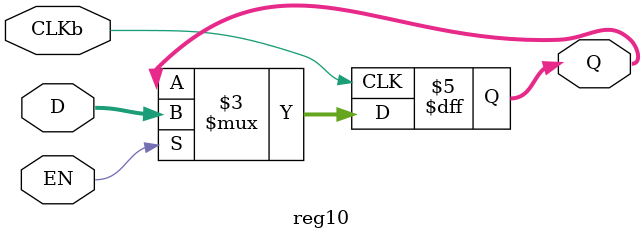
<source format=sv>
module reg10#(
	parameter N = 10 //variable width register
)
(
	input logic [N-1:0] D,
	input logic CLKb, EN,
	output logic [N-1:0] Q
);

	//negedge register with synchronous active-high enable
	always_ff@(negedge CLKb)
	begin
		if(EN)
			Q <= D;
		else
			Q <= Q;
	end

endmodule 

</source>
